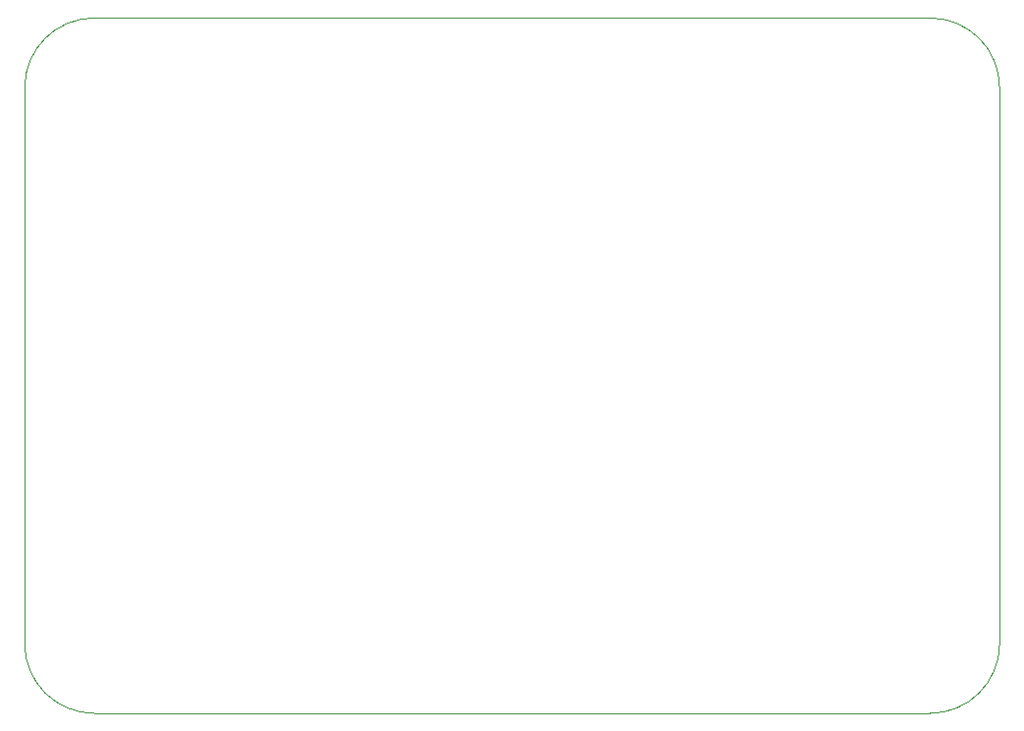
<source format=gbr>
G04 #@! TF.GenerationSoftware,KiCad,Pcbnew,(5.1.6)-1*
G04 #@! TF.CreationDate,2020-06-29T20:37:26+02:00*
G04 #@! TF.ProjectId,SensorArray,53656e73-6f72-4417-9272-61792e6b6963,rev?*
G04 #@! TF.SameCoordinates,Original*
G04 #@! TF.FileFunction,Profile,NP*
%FSLAX46Y46*%
G04 Gerber Fmt 4.6, Leading zero omitted, Abs format (unit mm)*
G04 Created by KiCad (PCBNEW (5.1.6)-1) date 2020-06-29 20:37:26*
%MOMM*%
%LPD*%
G01*
G04 APERTURE LIST*
G04 #@! TA.AperFunction,Profile*
%ADD10C,0.050000*%
G04 #@! TD*
G04 APERTURE END LIST*
D10*
X104075000Y-74000000D02*
G75*
G02*
X98075000Y-80000000I-6000000J0D01*
G01*
X26000000Y-80000000D02*
G75*
G02*
X20000000Y-74000000I0J6000000D01*
G01*
X20000000Y-26000000D02*
G75*
G02*
X26000000Y-20000000I6000000J0D01*
G01*
X98075000Y-20000000D02*
G75*
G02*
X104075000Y-26000000I0J-6000000D01*
G01*
X20000000Y-74000000D02*
X20000000Y-26000000D01*
X98075000Y-80000000D02*
X26000000Y-80000000D01*
X104075000Y-26000000D02*
X104075000Y-74000000D01*
X26000000Y-20000000D02*
X98075000Y-20000000D01*
M02*

</source>
